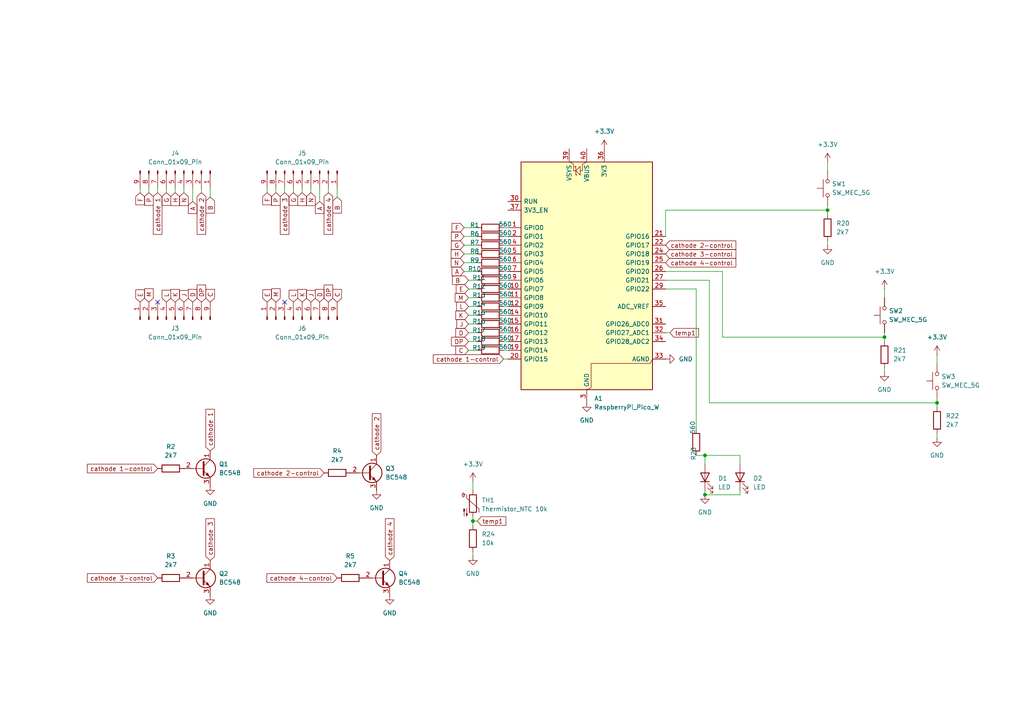
<source format=kicad_sch>
(kicad_sch (version 20250114) (generator "eeschema") (generator_version "9.0")
  (paper "A4")
  (lib_symbols
    (symbol "Connector:Conn_01x09_Pin" (pin_names (offset 1.016) (hide yes))
      (property "Reference" "J" (at 0 12.7 0))
      (property "Value" "Conn_01x09_Pin" (at 0 -12.7 0))
      (symbol "Conn_01x09_Pin_1_1"
        (rectangle (start 0.8636 10.287) (end 0 10.033) (stroke (width 0.1524)) (fill (type outline)))
        (rectangle (start 0.8636 7.747) (end 0 7.493) (stroke (width 0.1524)) (fill (type outline)))
        (rectangle (start 0.8636 5.207) (end 0 4.953) (stroke (width 0.1524)) (fill (type outline)))
        (rectangle (start 0.8636 2.667) (end 0 2.413) (stroke (width 0.1524)) (fill (type outline)))
        (rectangle (start 0.8636 0.127) (end 0 -0.127) (stroke (width 0.1524)) (fill (type outline)))
        (rectangle (start 0.8636 -2.413) (end 0 -2.667) (stroke (width 0.1524)) (fill (type outline)))
        (rectangle (start 0.8636 -4.953) (end 0 -5.207) (stroke (width 0.1524)) (fill (type outline)))
        (rectangle (start 0.8636 -7.493) (end 0 -7.747) (stroke (width 0.1524)) (fill (type outline)))
        (rectangle (start 0.8636 -10.033) (end 0 -10.287) (stroke (width 0.1524)) (fill (type outline)))
        (polyline (pts (xy 1.27 10.16) (xy 0.8636 10.16)) (stroke (width 0.1524)))
        (polyline (pts (xy 1.27 7.62) (xy 0.8636 7.62)) (stroke (width 0.1524)))
        (polyline (pts (xy 1.27 5.08) (xy 0.8636 5.08)) (stroke (width 0.1524)))
        (polyline (pts (xy 1.27 2.54) (xy 0.8636 2.54)) (stroke (width 0.1524)))
        (polyline (pts (xy 1.27 0) (xy 0.8636 0)) (stroke (width 0.1524)))
        (polyline (pts (xy 1.27 -2.54) (xy 0.8636 -2.54)) (stroke (width 0.1524)))
        (polyline (pts (xy 1.27 -5.08) (xy 0.8636 -5.08)) (stroke (width 0.1524)))
        (polyline (pts (xy 1.27 -7.62) (xy 0.8636 -7.62)) (stroke (width 0.1524)))
        (polyline (pts (xy 1.27 -10.16) (xy 0.8636 -10.16)) (stroke (width 0.1524)))
        (pin passive line (at 5.08 10.16 180) (length 3.81) (name "Pin_1") (number "1"))
        (pin passive line (at 5.08 7.62 180) (length 3.81) (name "Pin_2") (number "2"))
        (pin passive line (at 5.08 5.08 180) (length 3.81) (name "Pin_3") (number "3"))
        (pin passive line (at 5.08 2.54 180) (length 3.81) (name "Pin_4") (number "4"))
        (pin passive line (at 5.08 0 180) (length 3.81) (name "Pin_5") (number "5"))
        (pin passive line (at 5.08 -2.54 180) (length 3.81) (name "Pin_6") (number "6"))
        (pin passive line (at 5.08 -5.08 180) (length 3.81) (name "Pin_7") (number "7"))
        (pin passive line (at 5.08 -7.62 180) (length 3.81) (name "Pin_8") (number "8"))
        (pin passive line (at 5.08 -10.16 180) (length 3.81) (name "Pin_9") (number "9"))
      )
    )
    (symbol "Device:LED" (pin_numbers (hide yes)) (pin_names (offset 1.016) (hide yes))
      (property "Reference" "D" (at 0 2.54 0))
      (property "Value" "LED" (at 0 -2.54 0))
      (symbol "LED_0_1"
        (polyline (pts (xy -3.048 -0.762) (xy -4.572 -2.286) (xy -3.81 -2.286) (xy -4.572 -2.286) (xy -4.572 -1.524)))
        (polyline (pts (xy -1.778 -0.762) (xy -3.302 -2.286) (xy -2.54 -2.286) (xy -3.302 -2.286) (xy -3.302 -1.524)))
        (polyline (pts (xy -1.27 0) (xy 1.27 0)))
        (polyline (pts (xy -1.27 -1.27) (xy -1.27 1.27)) (stroke (width 0.254)))
        (polyline (pts (xy 1.27 -1.27) (xy 1.27 1.27) (xy -1.27 0) (xy 1.27 -1.27)) (stroke (width 0.254)))
      )
      (symbol "LED_1_1"
        (pin passive line (at -3.81 0 0) (length 2.54) (name "K") (number "1"))
        (pin passive line (at 3.81 0 180) (length 2.54) (name "A") (number "2"))
      )
    )
    (symbol "Device:R" (pin_numbers (hide yes)) (pin_names (offset 0))
      (property "Reference" "R" (at 2.032 0 90))
      (property "Value" "R" (at 0 0 90))
      (symbol "R_0_1"
        (rectangle (start -1.016 -2.54) (end 1.016 2.54) (stroke (width 0.254)))
      )
      (symbol "R_1_1"
        (pin passive line (at 0 3.81 270) (length 1.27) (name "~") (number "1"))
        (pin passive line (at 0 -3.81 90) (length 1.27) (name "~") (number "2"))
      )
    )
    (symbol "Device:Thermistor_NTC" (pin_numbers (hide yes)) (pin_names (offset 0))
      (property "Reference" "TH" (at -4.445 0 90))
      (property "Value" "Thermistor_NTC" (at 3.175 0 90))
      (symbol "Thermistor_NTC_0_1"
        (arc (start -3.175 2.413) (mid -3.0506 2.3165) (end -3.048 2.159))
        (arc (start -3.048 2.794) (mid -2.9736 2.9736) (end -2.794 3.048))
        (arc (start -2.794 3.048) (mid -2.6144 2.9736) (end -2.54 2.794))
        (arc (start -2.794 2.54) (mid -2.9736 2.6144) (end -3.048 2.794))
        (arc (start -2.794 1.905) (mid -2.9736 1.9794) (end -3.048 2.159))
        (arc (start -2.54 2.159) (mid -2.6144 1.9794) (end -2.794 1.905))
        (arc (start -2.159 2.794) (mid -2.434 2.5608) (end -2.794 2.54))
        (polyline (pts (xy -2.54 2.159) (xy -2.54 2.794)))
        (polyline (pts (xy -2.54 -3.683) (xy -2.54 -1.397) (xy -2.794 -2.159) (xy -2.286 -2.159) (xy -2.54 -1.397) (xy -2.54 -1.651)) (fill (type outline)))
        (polyline (pts (xy -1.778 2.54) (xy -1.778 1.524) (xy 1.778 -1.524) (xy 1.778 -2.54)))
        (polyline (pts (xy -1.778 -1.397) (xy -1.778 -3.683) (xy -2.032 -2.921) (xy -1.524 -2.921) (xy -1.778 -3.683) (xy -1.778 -3.429)) (fill (type outline)))
        (rectangle (start -1.016 2.54) (end 1.016 -2.54) (stroke (width 0.254)))
      )
      (symbol "Thermistor_NTC_1_1"
        (pin passive line (at 0 3.81 270) (length 1.27) (name "~") (number "1"))
        (pin passive line (at 0 -3.81 90) (length 1.27) (name "~") (number "2"))
      )
    )
    (symbol "MCU_Module:RaspberryPi_Pico_W" (pin_names (offset 0.762))
      (property "Reference" "A" (at -19.05 35.56 0))
      (property "Value" "RaspberryPi_Pico_W" (at 7.62 35.56 0))
      (symbol "RaspberryPi_Pico_W_0_1"
        (rectangle (start -19.05 34.29) (end 19.05 -31.75) (stroke (width 0.254)) (fill (type background)))
        (polyline (pts (xy -5.08 34.29) (xy -3.81 33.655) (xy -3.81 31.75) (xy -3.175 31.75)))
        (polyline (pts (xy -3.429 32.766) (xy -3.429 33.02) (xy -3.175 33.02) (xy -3.175 30.48) (xy -2.921 30.48) (xy -2.921 30.734)))
        (polyline (pts (xy -3.175 31.75) (xy -1.905 33.02) (xy -1.905 30.48) (xy -3.175 31.75)))
        (polyline (pts (xy 0 34.29) (xy -1.27 33.655) (xy -1.27 31.75) (xy -1.905 31.75)))
        (polyline (pts (xy 0 -31.75) (xy 1.27 -31.115) (xy 1.27 -24.13) (xy 18.415 -24.13) (xy 19.05 -22.86)))
      )
      (symbol "RaspberryPi_Pico_W_1_1"
        (pin passive line (at -22.86 22.86 0) (length 3.81) (name "RUN") (number "30"))
        (pin passive line (at -22.86 20.32 0) (length 3.81) (name "3V3_EN") (number "37"))
        (pin bidirectional line (at -22.86 15.24 0) (length 3.81) (name "GPIO0") (number "1"))
        (pin bidirectional line (at -22.86 12.7 0) (length 3.81) (name "GPIO1") (number "2"))
        (pin bidirectional line (at -22.86 10.16 0) (length 3.81) (name "GPIO2") (number "4"))
        (pin bidirectional line (at -22.86 7.62 0) (length 3.81) (name "GPIO3") (number "5"))
        (pin bidirectional line (at -22.86 5.08 0) (length 3.81) (name "GPIO4") (number "6"))
        (pin bidirectional line (at -22.86 2.54 0) (length 3.81) (name "GPIO5") (number "7"))
        (pin bidirectional line (at -22.86 0 0) (length 3.81) (name "GPIO6") (number "9"))
        (pin bidirectional line (at -22.86 -2.54 0) (length 3.81) (name "GPIO7") (number "10"))
        (pin bidirectional line (at -22.86 -5.08 0) (length 3.81) (name "GPIO8") (number "11"))
        (pin bidirectional line (at -22.86 -7.62 0) (length 3.81) (name "GPIO9") (number "12"))
        (pin bidirectional line (at -22.86 -10.16 0) (length 3.81) (name "GPIO10") (number "14"))
        (pin bidirectional line (at -22.86 -12.7 0) (length 3.81) (name "GPIO11") (number "15"))
        (pin bidirectional line (at -22.86 -15.24 0) (length 3.81) (name "GPIO12") (number "16"))
        (pin bidirectional line (at -22.86 -17.78 0) (length 3.81) (name "GPIO13") (number "17"))
        (pin bidirectional line (at -22.86 -20.32 0) (length 3.81) (name "GPIO14") (number "19"))
        (pin bidirectional line (at -22.86 -22.86 0) (length 3.81) (name "GPIO15") (number "20"))
        (pin power_in line (at -5.08 38.1 270) (length 3.81) (name "VSYS") (number "39"))
        (pin power_out line (at 0 38.1 270) (length 3.81) (name "VBUS") (number "40"))
        (pin passive line (at 0 -35.56 90) (length 3.81) (hide yes) (name "GND") (number "13"))
        (pin passive line (at 0 -35.56 90) (length 3.81) (hide yes) (name "GND") (number "18"))
        (pin passive line (at 0 -35.56 90) (length 3.81) (hide yes) (name "GND") (number "23"))
        (pin passive line (at 0 -35.56 90) (length 3.81) (hide yes) (name "GND") (number "28"))
        (pin power_out line (at 0 -35.56 90) (length 3.81) (name "GND") (number "3"))
        (pin passive line (at 0 -35.56 90) (length 3.81) (hide yes) (name "GND") (number "38"))
        (pin passive line (at 0 -35.56 90) (length 3.81) (hide yes) (name "GND") (number "8"))
        (pin power_out line (at 5.08 38.1 270) (length 3.81) (name "3V3") (number "36"))
        (pin bidirectional line (at 22.86 12.7 180) (length 3.81) (name "GPIO16") (number "21"))
        (pin bidirectional line (at 22.86 10.16 180) (length 3.81) (name "GPIO17") (number "22"))
        (pin bidirectional line (at 22.86 7.62 180) (length 3.81) (name "GPIO18") (number "24"))
        (pin bidirectional line (at 22.86 5.08 180) (length 3.81) (name "GPIO19") (number "25"))
        (pin bidirectional line (at 22.86 2.54 180) (length 3.81) (name "GPIO20") (number "26"))
        (pin bidirectional line (at 22.86 0 180) (length 3.81) (name "GPIO21") (number "27"))
        (pin bidirectional line (at 22.86 -2.54 180) (length 3.81) (name "GPIO22") (number "29"))
        (pin power_in line (at 22.86 -7.62 180) (length 3.81) (name "ADC_VREF") (number "35"))
        (pin bidirectional line (at 22.86 -12.7 180) (length 3.81) (name "GPIO26_ADC0") (number "31"))
        (pin bidirectional line (at 22.86 -15.24 180) (length 3.81) (name "GPIO27_ADC1") (number "32"))
        (pin bidirectional line (at 22.86 -17.78 180) (length 3.81) (name "GPIO28_ADC2") (number "34"))
        (pin power_out line (at 22.86 -22.86 180) (length 3.81) (name "AGND") (number "33"))
      )
    )
    (symbol "SW_MEC_5G_1" (pin_numbers (hide yes)) (pin_names (offset 1.016) (hide yes))
      (property "Reference" "SW1" (at 1.2701 -1.27 90))
      (property "Value" "SW_MEC_5G" (at -1.2699 -1.27 90))
      (symbol "SW_MEC_5G_1_0_1"
        (circle (center -2.032 0) (radius 0.508))
        (polyline (pts (xy 0 1.27) (xy 0 3.048)))
        (circle (center 2.032 0) (radius 0.508))
        (polyline (pts (xy 2.54 1.27) (xy -2.54 1.27)))
      )
      (symbol "SW_MEC_5G_1_1_1"
        (pin passive line (at -5.08 0 0) (length 2.54) (name "A") (number "2"))
        (pin passive line (at 5.08 0 180) (length 2.54) (name "A") (number "1"))
      )
    )
    (symbol "Transistor_BJT:BC548" (pin_names (offset 0) (hide yes))
      (property "Reference" "Q" (at 5.08 1.905 0))
      (property "Value" "BC548" (at 5.08 0 0))
      (symbol "BC548_0_1"
        (polyline (pts (xy -2.54 0) (xy 0.635 0)))
        (polyline (pts (xy 0.635 1.905) (xy 0.635 -1.905)) (stroke (width 0.508)))
        (circle (center 1.27 0) (radius 2.8194) (stroke (width 0.254)))
      )
      (symbol "BC548_1_1"
        (polyline (pts (xy 0.635 0.635) (xy 2.54 2.54)))
        (polyline (pts (xy 0.635 -0.635) (xy 2.54 -2.54)))
        (polyline (pts (xy 1.27 -1.778) (xy 1.778 -1.27) (xy 2.286 -2.286) (xy 1.27 -1.778)) (fill (type outline)))
        (pin input line (at -5.08 0 0) (length 2.54) (name "B") (number "2"))
        (pin passive line (at 2.54 5.08 270) (length 2.54) (name "C") (number "1"))
        (pin passive line (at 2.54 -5.08 90) (length 2.54) (name "E") (number "3"))
      )
    )
    (symbol "power:+3.3V" (power) (pin_numbers (hide yes)) (pin_names (offset 0) (hide yes))
      (property "Value" "+3.3V" (at 0 3.556 0))
      (symbol "+3.3V_0_1"
        (polyline (pts (xy -0.762 1.27) (xy 0 2.54)))
        (polyline (pts (xy 0 2.54) (xy 0.762 1.27)))
        (polyline (pts (xy 0 0) (xy 0 2.54)))
      )
      (symbol "+3.3V_1_1"
        (pin power_in line (at 0 0 90) (length 0) (name "~") (number "1"))
      )
    )
    (symbol "power:GND" (power) (pin_numbers (hide yes)) (pin_names (offset 0) (hide yes))
      (property "Value" "GND" (at 0 -3.81 0))
      (symbol "GND_0_1"
        (polyline (pts (xy 0 0) (xy 0 -1.27) (xy 1.27 -1.27) (xy 0 -2.54) (xy -1.27 -1.27) (xy 0 -1.27)))
      )
      (symbol "GND_1_1"
        (pin power_in line (at 0 0 270) (length 0) (name "~") (number "1"))
      )
    )
  )
  (junction (at 137.16 151.13))
  (junction (at 204.47 143.51))
  (junction (at 240.03 60.96))
  (junction (at 271.78 116.84))
  (junction (at 204.47 132.08))
  (junction (at 256.54 97.79))
  (no_connect (at 45.72 87.63))
  (no_connect (at 82.55 87.63))
  (wire (pts (xy 146.05 78.74) (xy 147.32 78.74)))
  (wire (pts (xy 85.09 55.88) (xy 85.09 54.61)))
  (wire (pts (xy 146.05 66.04) (xy 147.32 66.04)))
  (wire (pts (xy 97.79 57.15) (xy 97.79 54.61)))
  (wire (pts (xy 135.89 101.6) (xy 138.43 101.6)))
  (wire (pts (xy 201.93 83.82) (xy 201.93 124.46)))
  (wire (pts (xy 80.01 55.88) (xy 80.01 54.61)))
  (wire (pts (xy 271.78 127) (xy 271.78 125.73)))
  (wire (pts (xy 134.62 78.74) (xy 138.43 78.74)))
  (wire (pts (xy 137.16 161.29) (xy 137.16 160.02)))
  (wire (pts (xy 60.96 57.15) (xy 60.96 54.61)))
  (wire (pts (xy 45.72 55.88) (xy 45.72 54.61)))
  (wire (pts (xy 48.26 55.88) (xy 48.26 54.61)))
  (wire (pts (xy 214.63 142.24) (xy 214.63 143.51)))
  (wire (pts (xy 240.03 46.99) (xy 240.03 49.53)))
  (wire (pts (xy 135.89 88.9) (xy 138.43 88.9)))
  (wire (pts (xy 137.16 151.13) (xy 138.43 151.13)))
  (wire (pts (xy 204.47 142.24) (xy 204.47 143.51)))
  (wire (pts (xy 134.62 73.66) (xy 138.43 73.66)))
  (wire (pts (xy 256.54 107.95) (xy 256.54 106.68)))
  (wire (pts (xy 146.05 93.98) (xy 147.32 93.98)))
  (wire (pts (xy 146.05 101.6) (xy 147.32 101.6)))
  (wire (pts (xy 240.03 62.23) (xy 240.03 60.96)))
  (wire (pts (xy 82.55 55.88) (xy 82.55 54.61)))
  (wire (pts (xy 137.16 151.13) (xy 137.16 149.86)))
  (wire (pts (xy 205.74 116.84) (xy 205.74 81.28)))
  (wire (pts (xy 209.55 97.79) (xy 209.55 78.74)))
  (wire (pts (xy 55.88 58.42) (xy 55.88 54.61)))
  (wire (pts (xy 135.89 99.06) (xy 138.43 99.06)))
  (wire (pts (xy 53.34 55.88) (xy 53.34 54.61)))
  (wire (pts (xy 40.64 55.88) (xy 40.64 54.61)))
  (wire (pts (xy 135.89 91.44) (xy 138.43 91.44)))
  (wire (pts (xy 146.05 68.58) (xy 147.32 68.58)))
  (wire (pts (xy 204.47 134.62) (xy 204.47 132.08)))
  (wire (pts (xy 95.25 55.88) (xy 95.25 54.61)))
  (wire (pts (xy 240.03 60.96) (xy 193.04 60.96)))
  (wire (pts (xy 193.04 83.82) (xy 201.93 83.82)))
  (wire (pts (xy 146.05 76.2) (xy 147.32 76.2)))
  (wire (pts (xy 146.05 83.82) (xy 147.32 83.82)))
  (wire (pts (xy 146.05 73.66) (xy 147.32 73.66)))
  (wire (pts (xy 214.63 143.51) (xy 204.47 143.51)))
  (wire (pts (xy 135.89 93.98) (xy 138.43 93.98)))
  (wire (pts (xy 204.47 132.08) (xy 214.63 132.08)))
  (wire (pts (xy 193.04 60.96) (xy 193.04 68.58)))
  (wire (pts (xy 90.17 55.88) (xy 90.17 54.61)))
  (wire (pts (xy 256.54 97.79) (xy 209.55 97.79)))
  (wire (pts (xy 256.54 99.06) (xy 256.54 97.79)))
  (wire (pts (xy 201.93 132.08) (xy 204.47 132.08)))
  (wire (pts (xy 240.03 60.96) (xy 240.03 59.69)))
  (wire (pts (xy 194.31 96.52) (xy 193.04 96.52)))
  (wire (pts (xy 240.03 71.12) (xy 240.03 69.85)))
  (wire (pts (xy 134.62 66.04) (xy 138.43 66.04)))
  (wire (pts (xy 135.89 81.28) (xy 138.43 81.28)))
  (wire (pts (xy 146.05 96.52) (xy 147.32 96.52)))
  (wire (pts (xy 146.05 99.06) (xy 147.32 99.06)))
  (wire (pts (xy 134.62 68.58) (xy 138.43 68.58)))
  (wire (pts (xy 146.05 86.36) (xy 147.32 86.36)))
  (wire (pts (xy 58.42 55.88) (xy 58.42 54.61)))
  (wire (pts (xy 256.54 97.79) (xy 256.54 96.52)))
  (wire (pts (xy 271.78 116.84) (xy 271.78 115.57)))
  (wire (pts (xy 271.78 102.87) (xy 271.78 105.41)))
  (wire (pts (xy 137.16 152.4) (xy 137.16 151.13)))
  (wire (pts (xy 134.62 76.2) (xy 138.43 76.2)))
  (wire (pts (xy 43.18 55.88) (xy 43.18 54.61)))
  (wire (pts (xy 146.05 71.12) (xy 147.32 71.12)))
  (wire (pts (xy 205.74 81.28) (xy 193.04 81.28)))
  (wire (pts (xy 146.05 104.14) (xy 147.32 104.14)))
  (wire (pts (xy 134.62 71.12) (xy 138.43 71.12)))
  (wire (pts (xy 92.71 58.42) (xy 92.71 54.61)))
  (wire (pts (xy 146.05 81.28) (xy 147.32 81.28)))
  (wire (pts (xy 137.16 139.7) (xy 137.16 142.24)))
  (wire (pts (xy 209.55 78.74) (xy 193.04 78.74)))
  (wire (pts (xy 87.63 55.88) (xy 87.63 54.61)))
  (wire (pts (xy 214.63 132.08) (xy 214.63 134.62)))
  (wire (pts (xy 146.05 88.9) (xy 147.32 88.9)))
  (wire (pts (xy 271.78 118.11) (xy 271.78 116.84)))
  (wire (pts (xy 135.89 86.36) (xy 138.43 86.36)))
  (wire (pts (xy 135.89 96.52) (xy 138.43 96.52)))
  (wire (pts (xy 50.8 55.88) (xy 50.8 54.61)))
  (wire (pts (xy 77.47 55.88) (xy 77.47 54.61)))
  (wire (pts (xy 205.74 116.84) (xy 271.78 116.84)))
  (wire (pts (xy 135.89 83.82) (xy 138.43 83.82)))
  (wire (pts (xy 256.54 83.82) (xy 256.54 86.36)))
  (wire (pts (xy 146.05 91.44) (xy 147.32 91.44)))
  (global_label "H" (shape input) (at 50.8 55.88 270) (property "Intersheetrefs" "${INTERSHEET_REFS}" (effects (hide yes))))
  (global_label "J" (shape input) (at 90.17 87.63 90) (property "Intersheetrefs" "${INTERSHEET_REFS}" (effects (hide yes))))
  (global_label "C" (shape input) (at 97.79 87.63 90) (property "Intersheetrefs" "${INTERSHEET_REFS}" (effects (hide yes))))
  (global_label "L" (shape input) (at 48.26 87.63 90) (property "Intersheetrefs" "${INTERSHEET_REFS}" (effects (hide yes))))
  (global_label "DP" (shape input) (at 135.89 99.06 180) (property "Intersheetrefs" "${INTERSHEET_REFS}" (effects (hide yes))))
  (global_label "B " (shape input) (at 60.96 57.15 270) (property "Intersheetrefs" "${INTERSHEET_REFS}" (effects (hide yes))))
  (global_label "cathode 1-control" (shape input) (at 45.72 135.89 180) (property "Intersheetrefs" "${INTERSHEET_REFS}" (effects (hide yes))))
  (global_label "A" (shape input) (at 92.71 58.42 270) (property "Intersheetrefs" "${INTERSHEET_REFS}" (effects (hide yes))))
  (global_label "N" (shape input) (at 90.17 55.88 270) (property "Intersheetrefs" "${INTERSHEET_REFS}" (effects (hide yes))))
  (global_label "E" (shape input) (at 77.47 87.63 90) (property "Intersheetrefs" "${INTERSHEET_REFS}" (effects (hide yes))))
  (global_label "L" (shape input) (at 135.89 88.9 180) (property "Intersheetrefs" "${INTERSHEET_REFS}" (effects (hide yes))))
  (global_label "E" (shape input) (at 135.89 83.82 180) (property "Intersheetrefs" "${INTERSHEET_REFS}" (effects (hide yes))))
  (global_label "cathode 3-control" (shape input) (at 193.04 73.66 0) (property "Intersheetrefs" "${INTERSHEET_REFS}" (effects (hide yes))))
  (global_label "M" (shape input) (at 43.18 87.63 90) (property "Intersheetrefs" "${INTERSHEET_REFS}" (effects (hide yes))))
  (global_label "P" (shape input) (at 134.62 68.58 180) (property "Intersheetrefs" "${INTERSHEET_REFS}" (effects (hide yes))))
  (global_label "P" (shape input) (at 80.01 55.88 270) (property "Intersheetrefs" "${INTERSHEET_REFS}" (effects (hide yes))))
  (global_label "cathode 4-control" (shape input) (at 193.04 76.2 0) (property "Intersheetrefs" "${INTERSHEET_REFS}" (effects (hide yes))))
  (global_label "temp1" (shape input) (at 194.31 96.52 0) (property "Intersheetrefs" "${INTERSHEET_REFS}" (effects (hide yes))))
  (global_label "K" (shape input) (at 87.63 87.63 90) (property "Intersheetrefs" "${INTERSHEET_REFS}" (effects (hide yes))))
  (global_label "cathode 1" (shape input) (at 60.96 130.81 90) (property "Intersheetrefs" "${INTERSHEET_REFS}" (effects (hide yes))))
  (global_label "cathode 3-control" (shape input) (at 45.72 167.64 180) (property "Intersheetrefs" "${INTERSHEET_REFS}" (effects (hide yes))))
  (global_label "E" (shape input) (at 40.64 87.63 90) (property "Intersheetrefs" "${INTERSHEET_REFS}" (effects (hide yes))))
  (global_label "D" (shape input) (at 135.89 96.52 180) (property "Intersheetrefs" "${INTERSHEET_REFS}" (effects (hide yes))))
  (global_label "M" (shape input) (at 135.89 86.36 180) (property "Intersheetrefs" "${INTERSHEET_REFS}" (effects (hide yes))))
  (global_label "C" (shape input) (at 60.96 87.63 90) (property "Intersheetrefs" "${INTERSHEET_REFS}" (effects (hide yes))))
  (global_label "cathode 4-control" (shape input) (at 97.79 167.64 180) (property "Intersheetrefs" "${INTERSHEET_REFS}" (effects (hide yes))))
  (global_label "C" (shape input) (at 135.89 101.6 180) (property "Intersheetrefs" "${INTERSHEET_REFS}" (effects (hide yes))))
  (global_label "cathode 4" (shape input) (at 95.25 55.88 270) (property "Intersheetrefs" "${INTERSHEET_REFS}" (effects (hide yes))))
  (global_label "M" (shape input) (at 80.01 87.63 90) (property "Intersheetrefs" "${INTERSHEET_REFS}" (effects (hide yes))))
  (global_label "cathode 3" (shape input) (at 60.96 162.56 90) (property "Intersheetrefs" "${INTERSHEET_REFS}" (effects (hide yes))))
  (global_label "G" (shape input) (at 134.62 71.12 180) (property "Intersheetrefs" "${INTERSHEET_REFS}" (effects (hide yes))))
  (global_label "J" (shape input) (at 135.89 93.98 180) (property "Intersheetrefs" "${INTERSHEET_REFS}" (effects (hide yes))))
  (global_label "cathode 2-control" (shape input) (at 93.98 137.16 180) (property "Intersheetrefs" "${INTERSHEET_REFS}" (effects (hide yes))))
  (global_label "D" (shape input) (at 55.88 87.63 90) (property "Intersheetrefs" "${INTERSHEET_REFS}" (effects (hide yes))))
  (global_label "N" (shape input) (at 134.62 76.2 180) (property "Intersheetrefs" "${INTERSHEET_REFS}" (effects (hide yes))))
  (global_label "F" (shape input) (at 40.64 55.88 270) (property "Intersheetrefs" "${INTERSHEET_REFS}" (effects (hide yes))))
  (global_label "A" (shape input) (at 55.88 58.42 270) (property "Intersheetrefs" "${INTERSHEET_REFS}" (effects (hide yes))))
  (global_label "P" (shape input) (at 43.18 55.88 270) (property "Intersheetrefs" "${INTERSHEET_REFS}" (effects (hide yes))))
  (global_label "cathode 2" (shape input) (at 109.22 132.08 90) (property "Intersheetrefs" "${INTERSHEET_REFS}" (effects (hide yes))))
  (global_label "cathode 2-control" (shape input) (at 193.04 71.12 0) (property "Intersheetrefs" "${INTERSHEET_REFS}" (effects (hide yes))))
  (global_label "B " (shape input) (at 97.79 57.15 270) (property "Intersheetrefs" "${INTERSHEET_REFS}" (effects (hide yes))))
  (global_label "DP" (shape input) (at 58.42 87.63 90) (property "Intersheetrefs" "${INTERSHEET_REFS}" (effects (hide yes))))
  (global_label "cathode 3" (shape input) (at 82.55 55.88 270) (property "Intersheetrefs" "${INTERSHEET_REFS}" (effects (hide yes))))
  (global_label "temp1" (shape input) (at 138.43 151.13 0) (property "Intersheetrefs" "${INTERSHEET_REFS}" (effects (hide yes))))
  (global_label "cathode 1" (shape input) (at 45.72 55.88 270) (property "Intersheetrefs" "${INTERSHEET_REFS}" (effects (hide yes))))
  (global_label "G" (shape input) (at 85.09 55.88 270) (property "Intersheetrefs" "${INTERSHEET_REFS}" (effects (hide yes))))
  (global_label "DP" (shape input) (at 95.25 87.63 90) (property "Intersheetrefs" "${INTERSHEET_REFS}" (effects (hide yes))))
  (global_label "F" (shape input) (at 77.47 55.88 270) (property "Intersheetrefs" "${INTERSHEET_REFS}" (effects (hide yes))))
  (global_label "K" (shape input) (at 50.8 87.63 90) (property "Intersheetrefs" "${INTERSHEET_REFS}" (effects (hide yes))))
  (global_label "K" (shape input) (at 135.89 91.44 180) (property "Intersheetrefs" "${INTERSHEET_REFS}" (effects (hide yes))))
  (global_label "A" (shape input) (at 134.62 78.74 180) (property "Intersheetrefs" "${INTERSHEET_REFS}" (effects (hide yes))))
  (global_label "B " (shape input) (at 135.89 81.28 180) (property "Intersheetrefs" "${INTERSHEET_REFS}" (effects (hide yes))))
  (global_label "H" (shape input) (at 87.63 55.88 270) (property "Intersheetrefs" "${INTERSHEET_REFS}" (effects (hide yes))))
  (global_label "cathode 1-control" (shape input) (at 146.05 104.14 180) (property "Intersheetrefs" "${INTERSHEET_REFS}" (effects (hide yes))))
  (global_label "L" (shape input) (at 85.09 87.63 90) (property "Intersheetrefs" "${INTERSHEET_REFS}" (effects (hide yes))))
  (global_label "D" (shape input) (at 92.71 87.63 90) (property "Intersheetrefs" "${INTERSHEET_REFS}" (effects (hide yes))))
  (global_label "N" (shape input) (at 53.34 55.88 270) (property "Intersheetrefs" "${INTERSHEET_REFS}" (effects (hide yes))))
  (global_label "F" (shape input) (at 134.62 66.04 180) (property "Intersheetrefs" "${INTERSHEET_REFS}" (effects (hide yes))))
  (global_label "H" (shape input) (at 134.62 73.66 180) (property "Intersheetrefs" "${INTERSHEET_REFS}" (effects (hide yes))))
  (global_label "cathode 2" (shape input) (at 58.42 55.88 270) (property "Intersheetrefs" "${INTERSHEET_REFS}" (effects (hide yes))))
  (global_label "J" (shape input) (at 53.34 87.63 90) (property "Intersheetrefs" "${INTERSHEET_REFS}" (effects (hide yes))))
  (global_label "G" (shape input) (at 48.26 55.88 270) (property "Intersheetrefs" "${INTERSHEET_REFS}" (effects (hide yes))))
  (global_label "cathode 4" (shape input) (at 113.03 162.56 90) (property "Intersheetrefs" "${INTERSHEET_REFS}" (effects (hide yes))))
  (symbol (lib_id "Device:Thermistor_NTC") (at 137.16 146.05 0) (unit 1)
    (property "Reference" "TH1" (at 139.7 145.0974 0) (effects (justify left)))
    (property "Value" "Thermistor_NTC 10k" (at 139.7 147.6374 0) (effects (justify left)))
    (property "Footprint" "OptoDevice:R_LDR_5.2x5.2mm_P3.5mm_Horizontal" (effects (hide yes)))
    (property "Description" "Temperature dependent resistor, negative temperature coefficient" (effects (hide yes)))
  )
  (symbol (lib_id "Device:LED") (at 214.63 138.43 90) (unit 1)
    (property "Reference" "D2" (at 218.44 138.7474 90) (effects (justify right)))
    (property "Value" "LED" (at 218.44 141.2874 90) (effects (justify right)))
    (property "Footprint" "LED_THT:LED_D3.0mm" (effects (hide yes)))
    (property "Description" "Light emitting diode" (effects (hide yes)))
    (property "Sim.Pins" "1=K 2=A" (effects (hide yes)))
  )
  (symbol (lib_id "power:+3.3V") (at 175.26 43.18 0) (unit 1)
    (property "Reference" "#PWR09" (effects (hide yes)))
    (property "Value" "+3.3V" (at 175.26 38.1 0))
    (property "Description" "Power symbol creates a global label with name \"+3.3V\"" (effects (hide yes)))
  )
  (symbol (lib_id "Device:R") (at 49.53 135.89 90) (unit 1)
    (property "Reference" "R2" (at 49.53 129.54 90))
    (property "Value" "2k7" (at 49.53 132.08 90))
    (property "Footprint" "Resistor_THT:R_Axial_DIN0207_L6.3mm_D2.5mm_P10.16mm_Horizontal" (effects (hide yes)))
    (property "Description" "Resistor" (effects (hide yes)))
  )
  (symbol (lib_id "power:GND") (at 113.03 172.72 0) (unit 1)
    (property "Reference" "#PWR06" (effects (hide yes)))
    (property "Value" "GND" (at 113.03 177.8 0))
    (property "Description" "Power symbol creates a global label with name \"GND\" , ground" (effects (hide yes)))
  )
  (symbol (lib_id "Device:R") (at 142.24 86.36 90) (unit 1)
    (property "Reference" "R13" (at 138.938 85.598 90))
    (property "Value" "560" (at 146.558 85.344 90))
    (property "Footprint" "Resistor_THT:R_Axial_DIN0207_L6.3mm_D2.5mm_P10.16mm_Horizontal" (effects (hide yes)))
    (property "Description" "Resistor" (effects (hide yes)))
  )
  (symbol (lib_id "Device:R") (at 142.24 93.98 90) (unit 1)
    (property "Reference" "R16" (at 138.938 93.218 90))
    (property "Value" "560" (at 146.558 92.964 90))
    (property "Footprint" "Resistor_THT:R_Axial_DIN0207_L6.3mm_D2.5mm_P10.16mm_Horizontal" (effects (hide yes)))
    (property "Description" "Resistor" (effects (hide yes)))
  )
  (symbol (lib_id "Device:R") (at 97.79 137.16 90) (unit 1)
    (property "Reference" "R4" (at 97.79 130.81 90))
    (property "Value" "2k7" (at 97.79 133.35 90))
    (property "Footprint" "Resistor_THT:R_Axial_DIN0207_L6.3mm_D2.5mm_P10.16mm_Horizontal" (effects (hide yes)))
    (property "Description" "Resistor" (effects (hide yes)))
  )
  (symbol (lib_id "Connector:Conn_01x09_Pin") (at 50.8 92.71 90) (unit 1)
    (property "Reference" "J3" (at 50.8 95.25 90))
    (property "Value" "Conn_01x09_Pin" (at 50.8 97.79 90))
    (property "Footprint" "Connector_PinSocket_2.54mm:PinSocket_1x09_P2.54mm_Vertical" (effects (hide yes)))
    (property "Description" "Generic connector, single row, 01x09, script generated" (effects (hide yes)))
  )
  (symbol (lib_id "Device:R") (at 142.24 76.2 90) (unit 1)
    (property "Reference" "R9" (at 137.668 75.438 90))
    (property "Value" "560" (at 146.558 75.184 90))
    (property "Footprint" "Resistor_THT:R_Axial_DIN0207_L6.3mm_D2.5mm_P10.16mm_Horizontal" (effects (hide yes)))
    (property "Description" "Resistor" (effects (hide yes)))
  )
  (symbol (lib_id "power:GND") (at 256.54 107.95 0) (unit 1)
    (property "Reference" "#PWR011" (effects (hide yes)))
    (property "Value" "GND" (at 256.54 113.03 0))
    (property "Description" "Power symbol creates a global label with name \"GND\" , ground" (effects (hide yes)))
  )
  (symbol (lib_id "Device:R") (at 142.24 99.06 90) (unit 1)
    (property "Reference" "R18" (at 138.938 98.298 90))
    (property "Value" "560" (at 146.558 98.044 90))
    (property "Footprint" "Resistor_THT:R_Axial_DIN0207_L6.3mm_D2.5mm_P10.16mm_Horizontal" (effects (hide yes)))
    (property "Description" "Resistor" (effects (hide yes)))
  )
  (symbol (lib_id "power:+3.3V") (at 240.03 46.99 0) (unit 1)
    (property "Reference" "#PWR08" (effects (hide yes)))
    (property "Value" "+3.3V" (at 240.03 41.91 0))
    (property "Description" "Power symbol creates a global label with name \"+3.3V\"" (effects (hide yes)))
  )
  (symbol (lib_id "power:GND") (at 240.03 71.12 0) (unit 1)
    (property "Reference" "#PWR07" (effects (hide yes)))
    (property "Value" "GND" (at 240.03 76.2 0))
    (property "Description" "Power symbol creates a global label with name \"GND\" , ground" (effects (hide yes)))
  )
  (symbol (lib_id "Device:R") (at 142.24 88.9 90) (unit 1)
    (property "Reference" "R14" (at 138.938 88.138 90))
    (property "Value" "560" (at 146.558 87.884 90))
    (property "Footprint" "Resistor_THT:R_Axial_DIN0207_L6.3mm_D2.5mm_P10.16mm_Horizontal" (effects (hide yes)))
    (property "Description" "Resistor" (effects (hide yes)))
  )
  (symbol (lib_id "power:GND") (at 204.47 143.51 0) (unit 1)
    (property "Reference" "#PWR014" (effects (hide yes)))
    (property "Value" "GND" (at 204.47 148.59 0))
    (property "Description" "Power symbol creates a global label with name \"GND\" , ground" (effects (hide yes)))
  )
  (symbol (lib_id "Device:R") (at 201.93 128.27 180) (unit 1)
    (property "Reference" "R23" (at 201.168 131.572 90))
    (property "Value" "560" (at 200.914 123.952 90))
    (property "Footprint" "Resistor_THT:R_Axial_DIN0207_L6.3mm_D2.5mm_P10.16mm_Horizontal" (effects (hide yes)))
    (property "Description" "Resistor" (effects (hide yes)))
  )
  (symbol (lib_id "Transistor_BJT:BC548") (at 106.68 137.16 0) (unit 1)
    (property "Reference" "Q3" (at 111.76 135.8899 0) (effects (justify left)))
    (property "Value" "BC548" (at 111.76 138.4299 0) (effects (justify left)))
    (property "Footprint" "Package_TO_SOT_THT:TO-92L_HandSolder" (effects (hide yes)))
    (property "Datasheet" "https://www.onsemi.com/pub/Collateral/BC550-D.pdf" (effects (hide yes)))
    (property "Description" "0.1A Ic, 30V Vce, Small Signal NPN Transistor, TO-92" (effects (hide yes)))
  )
  (symbol (lib_id "power:GND") (at 170.18 116.84 0) (unit 1)
    (property "Reference" "#PWR02" (effects (hide yes)))
    (property "Value" "GND" (at 170.18 121.92 0))
    (property "Description" "Power symbol creates a global label with name \"GND\" , ground" (effects (hide yes)))
  )
  (symbol (lib_id "Connector:Conn_01x09_Pin") (at 87.63 92.71 90) (unit 1)
    (property "Reference" "J6" (at 87.63 95.25 90))
    (property "Value" "Conn_01x09_Pin" (at 87.63 97.79 90))
    (property "Footprint" "Connector_PinSocket_2.54mm:PinSocket_1x09_P2.54mm_Vertical" (effects (hide yes)))
    (property "Description" "Generic connector, single row, 01x09, script generated" (effects (hide yes)))
  )
  (symbol (lib_id "power:GND") (at 109.22 142.24 0) (unit 1)
    (property "Reference" "#PWR05" (effects (hide yes)))
    (property "Value" "GND" (at 109.22 147.32 0))
    (property "Description" "Power symbol creates a global label with name \"GND\" , ground" (effects (hide yes)))
  )
  (symbol (lib_name "SW_MEC_5G_1") (lib_id "Switch:SW_MEC_5G") (at 271.78 110.49 90) (unit 1)
    (property "Reference" "SW3" (at 273.05 109.2199 90) (effects (justify right)))
    (property "Value" "SW_MEC_5G" (at 273.05 111.7599 90) (effects (justify right)))
    (property "Footprint" "Button_Switch_THT:SW_PUSH_6mm_H4.3mm" (effects (hide yes)))
    (property "Datasheet" "http://www.apem.com/int/index.php?controller=attachment&id_attachment=488" (effects (hide yes)))
    (property "Description" "MEC 5G single pole normally-open tactile switch" (effects (hide yes)))
  )
  (symbol (lib_id "MCU_Module:RaspberryPi_Pico_W") (at 170.18 81.28 0) (unit 1)
    (property "Reference" "A1" (at 172.3233 115.57 0) (effects (justify left)))
    (property "Value" "RaspberryPi_Pico_W" (at 172.3233 118.11 0) (effects (justify left)))
    (property "Footprint" "Module:RaspberryPi_Pico_W_SMD_HandSolder" (effects (hide yes)))
    (property "Datasheet" "https://datasheets.raspberrypi.com/picow/pico-w-datasheet.pdf" (effects (hide yes)))
    (property "Description" "Versatile and inexpensive wireless microcontroller module powered by RP2040 dual-core Arm Cortex-M0+ processor up to 133 MHz, 264kB SRAM, 2MB QSPI flash, Infineon CYW43439 2.4GHz 802.11n wireless LAN; also supports Raspberry Pi Pico 2 W" (effects (hide yes)))
  )
  (symbol (lib_id "Device:R") (at 142.24 81.28 90) (unit 1)
    (property "Reference" "R11" (at 138.938 80.518 90))
    (property "Value" "560" (at 146.558 80.264 90))
    (property "Footprint" "Resistor_THT:R_Axial_DIN0207_L6.3mm_D2.5mm_P10.16mm_Horizontal" (effects (hide yes)))
    (property "Description" "Resistor" (effects (hide yes)))
  )
  (symbol (lib_id "Transistor_BJT:BC548") (at 110.49 167.64 0) (unit 1)
    (property "Reference" "Q4" (at 115.57 166.3699 0) (effects (justify left)))
    (property "Value" "BC548" (at 115.57 168.9099 0) (effects (justify left)))
    (property "Footprint" "Package_TO_SOT_THT:TO-92L_HandSolder" (effects (hide yes)))
    (property "Datasheet" "https://www.onsemi.com/pub/Collateral/BC550-D.pdf" (effects (hide yes)))
    (property "Description" "0.1A Ic, 30V Vce, Small Signal NPN Transistor, TO-92" (effects (hide yes)))
  )
  (symbol (lib_id "Device:R") (at 142.24 96.52 90) (unit 1)
    (property "Reference" "R17" (at 138.938 95.758 90))
    (property "Value" "560" (at 146.558 95.504 90))
    (property "Footprint" "Resistor_THT:R_Axial_DIN0207_L6.3mm_D2.5mm_P10.16mm_Horizontal" (effects (hide yes)))
    (property "Description" "Resistor" (effects (hide yes)))
  )
  (symbol (lib_id "Device:R") (at 101.6 167.64 90) (unit 1)
    (property "Reference" "R5" (at 101.6 161.29 90))
    (property "Value" "2k7" (at 101.6 163.83 90))
    (property "Footprint" "Resistor_THT:R_Axial_DIN0207_L6.3mm_D2.5mm_P10.16mm_Horizontal" (effects (hide yes)))
    (property "Description" "Resistor" (effects (hide yes)))
  )
  (symbol (lib_id "power:GND") (at 60.96 140.97 0) (unit 1)
    (property "Reference" "#PWR01" (effects (hide yes)))
    (property "Value" "GND" (at 60.96 146.05 0))
    (property "Description" "Power symbol creates a global label with name \"GND\" , ground" (effects (hide yes)))
  )
  (symbol (lib_id "Transistor_BJT:BC548") (at 58.42 167.64 0) (unit 1)
    (property "Reference" "Q2" (at 63.5 166.3699 0) (effects (justify left)))
    (property "Value" "BC548" (at 63.5 168.9099 0) (effects (justify left)))
    (property "Footprint" "Package_TO_SOT_THT:TO-92L_HandSolder" (effects (hide yes)))
    (property "Datasheet" "https://www.onsemi.com/pub/Collateral/BC550-D.pdf" (effects (hide yes)))
    (property "Description" "0.1A Ic, 30V Vce, Small Signal NPN Transistor, TO-92" (effects (hide yes)))
  )
  (symbol (lib_id "Device:R") (at 271.78 121.92 180) (unit 1)
    (property "Reference" "R22" (at 274.32 120.6499 0) (effects (justify right)))
    (property "Value" "2k7" (at 274.32 123.1899 0) (effects (justify right)))
    (property "Footprint" "Resistor_THT:R_Axial_DIN0207_L6.3mm_D2.5mm_P10.16mm_Horizontal" (effects (hide yes)))
    (property "Description" "Resistor" (effects (hide yes)))
  )
  (symbol (lib_id "Device:R") (at 142.24 73.66 90) (unit 1)
    (property "Reference" "R8" (at 137.668 72.898 90))
    (property "Value" "560" (at 146.558 72.644 90))
    (property "Footprint" "Resistor_THT:R_Axial_DIN0207_L6.3mm_D2.5mm_P10.16mm_Horizontal" (effects (hide yes)))
    (property "Description" "Resistor" (effects (hide yes)))
  )
  (symbol (lib_id "Device:R") (at 49.53 167.64 90) (unit 1)
    (property "Reference" "R3" (at 49.53 161.29 90))
    (property "Value" "2k7" (at 49.53 163.83 90))
    (property "Footprint" "Resistor_THT:R_Axial_DIN0207_L6.3mm_D2.5mm_P10.16mm_Horizontal" (effects (hide yes)))
    (property "Description" "Resistor" (effects (hide yes)))
  )
  (symbol (lib_id "Device:R") (at 137.16 156.21 180) (unit 1)
    (property "Reference" "R24" (at 139.7 154.9399 0) (effects (justify right)))
    (property "Value" "10k" (at 139.7 157.4799 0) (effects (justify right)))
    (property "Footprint" "Resistor_THT:R_Axial_DIN0207_L6.3mm_D2.5mm_P10.16mm_Horizontal" (effects (hide yes)))
    (property "Description" "Resistor" (effects (hide yes)))
  )
  (symbol (lib_id "power:GND") (at 271.78 127 0) (unit 1)
    (property "Reference" "#PWR013" (effects (hide yes)))
    (property "Value" "GND" (at 271.78 132.08 0))
    (property "Description" "Power symbol creates a global label with name \"GND\" , ground" (effects (hide yes)))
  )
  (symbol (lib_id "Device:R") (at 142.24 66.04 90) (unit 1)
    (property "Reference" "R1" (at 137.668 65.278 90))
    (property "Value" "560" (at 146.558 65.024 90))
    (property "Footprint" "Resistor_THT:R_Axial_DIN0207_L6.3mm_D2.5mm_P10.16mm_Horizontal" (effects (hide yes)))
    (property "Description" "Resistor" (effects (hide yes)))
  )
  (symbol (lib_id "Connector:Conn_01x09_Pin") (at 50.8 49.53 270) (unit 1)
    (property "Reference" "J4" (at 50.8 44.45 90))
    (property "Value" "Conn_01x09_Pin" (at 50.8 46.99 90))
    (property "Footprint" "Connector_PinSocket_2.54mm:PinSocket_1x09_P2.54mm_Vertical" (effects (hide yes)))
    (property "Description" "Generic connector, single row, 01x09, script generated" (effects (hide yes)))
  )
  (symbol (lib_id "Device:R") (at 142.24 101.6 90) (unit 1)
    (property "Reference" "R19" (at 138.938 100.838 90))
    (property "Value" "560" (at 146.558 100.584 90))
    (property "Footprint" "Resistor_THT:R_Axial_DIN0207_L6.3mm_D2.5mm_P10.16mm_Horizontal" (effects (hide yes)))
    (property "Description" "Resistor" (effects (hide yes)))
  )
  (symbol (lib_id "Device:R") (at 142.24 83.82 90) (unit 1)
    (property "Reference" "R12" (at 138.938 83.058 90))
    (property "Value" "560" (at 146.558 82.804 90))
    (property "Footprint" "Resistor_THT:R_Axial_DIN0207_L6.3mm_D2.5mm_P10.16mm_Horizontal" (effects (hide yes)))
    (property "Description" "Resistor" (effects (hide yes)))
  )
  (symbol (lib_id "power:+3.3V") (at 256.54 83.82 0) (unit 1)
    (property "Reference" "#PWR010" (effects (hide yes)))
    (property "Value" "+3.3V" (at 256.54 78.74 0))
    (property "Description" "Power symbol creates a global label with name \"+3.3V\"" (effects (hide yes)))
  )
  (symbol (lib_name "SW_MEC_5G_1") (lib_id "Switch:SW_MEC_5G") (at 240.03 54.61 90) (unit 1)
    (property "Reference" "SW1" (at 241.3 53.3399 90) (effects (justify right)))
    (property "Value" "SW_MEC_5G" (at 241.3 55.8799 90) (effects (justify right)))
    (property "Footprint" "Button_Switch_THT:SW_PUSH_6mm_H4.3mm" (effects (hide yes)))
    (property "Datasheet" "http://www.apem.com/int/index.php?controller=attachment&id_attachment=488" (effects (hide yes)))
    (property "Description" "MEC 5G single pole normally-open tactile switch" (effects (hide yes)))
  )
  (symbol (lib_id "power:+3.3V") (at 137.16 139.7 0) (unit 1)
    (property "Reference" "#PWR016" (effects (hide yes)))
    (property "Value" "+3.3V" (at 137.16 134.62 0))
    (property "Description" "Power symbol creates a global label with name \"+3.3V\"" (effects (hide yes)))
  )
  (symbol (lib_id "Device:LED") (at 204.47 138.43 90) (unit 1)
    (property "Reference" "D1" (at 208.28 138.7474 90) (effects (justify right)))
    (property "Value" "LED" (at 208.28 141.2874 90) (effects (justify right)))
    (property "Footprint" "LED_THT:LED_D3.0mm" (effects (hide yes)))
    (property "Description" "Light emitting diode" (effects (hide yes)))
    (property "Sim.Pins" "1=K 2=A" (effects (hide yes)))
  )
  (symbol (lib_id "Device:R") (at 256.54 102.87 180) (unit 1)
    (property "Reference" "R21" (at 259.08 101.5999 0) (effects (justify right)))
    (property "Value" "2k7" (at 259.08 104.1399 0) (effects (justify right)))
    (property "Footprint" "Resistor_THT:R_Axial_DIN0207_L6.3mm_D2.5mm_P10.16mm_Horizontal" (effects (hide yes)))
    (property "Description" "Resistor" (effects (hide yes)))
  )
  (symbol (lib_id "Device:R") (at 142.24 71.12 90) (unit 1)
    (property "Reference" "R7" (at 137.668 70.358 90))
    (property "Value" "560" (at 146.558 70.104 90))
    (property "Footprint" "Resistor_THT:R_Axial_DIN0207_L6.3mm_D2.5mm_P10.16mm_Horizontal" (effects (hide yes)))
    (property "Description" "Resistor" (effects (hide yes)))
  )
  (symbol (lib_id "Transistor_BJT:BC548") (at 58.42 135.89 0) (unit 1)
    (property "Reference" "Q1" (at 63.5 134.6199 0) (effects (justify left)))
    (property "Value" "BC548" (at 63.5 137.1599 0) (effects (justify left)))
    (property "Footprint" "Package_TO_SOT_THT:TO-92L_HandSolder" (effects (hide yes)))
    (property "Datasheet" "https://www.onsemi.com/pub/Collateral/BC550-D.pdf" (effects (hide yes)))
    (property "Description" "0.1A Ic, 30V Vce, Small Signal NPN Transistor, TO-92" (effects (hide yes)))
  )
  (symbol (lib_id "Device:R") (at 142.24 78.74 90) (unit 1)
    (property "Reference" "R10" (at 137.668 77.978 90))
    (property "Value" "560" (at 146.558 77.724 90))
    (property "Footprint" "Resistor_THT:R_Axial_DIN0207_L6.3mm_D2.5mm_P10.16mm_Horizontal" (effects (hide yes)))
    (property "Description" "Resistor" (effects (hide yes)))
  )
  (symbol (lib_id "power:GND") (at 193.04 104.14 90) (unit 1)
    (property "Reference" "#PWR03" (effects (hide yes)))
    (property "Value" "GND" (at 196.85 104.1399 90) (effects (justify right)))
    (property "Description" "Power symbol creates a global label with name \"GND\" , ground" (effects (hide yes)))
  )
  (symbol (lib_id "power:+3.3V") (at 271.78 102.87 0) (unit 1)
    (property "Reference" "#PWR012" (effects (hide yes)))
    (property "Value" "+3.3V" (at 271.78 97.79 0))
    (property "Description" "Power symbol creates a global label with name \"+3.3V\"" (effects (hide yes)))
  )
  (symbol (lib_id "Device:R") (at 142.24 68.58 90) (unit 1)
    (property "Reference" "R6" (at 137.668 67.818 90))
    (property "Value" "560" (at 146.558 67.564 90))
    (property "Footprint" "Resistor_THT:R_Axial_DIN0207_L6.3mm_D2.5mm_P10.16mm_Horizontal" (effects (hide yes)))
    (property "Description" "Resistor" (effects (hide yes)))
  )
  (symbol (lib_id "Device:R") (at 142.24 91.44 90) (unit 1)
    (property "Reference" "R15" (at 138.938 90.678 90))
    (property "Value" "560" (at 146.558 90.424 90))
    (property "Footprint" "Resistor_THT:R_Axial_DIN0207_L6.3mm_D2.5mm_P10.16mm_Horizontal" (effects (hide yes)))
    (property "Description" "Resistor" (effects (hide yes)))
  )
  (symbol (lib_id "Device:R") (at 240.03 66.04 180) (unit 1)
    (property "Reference" "R20" (at 242.57 64.7699 0) (effects (justify right)))
    (property "Value" "2k7" (at 242.57 67.3099 0) (effects (justify right)))
    (property "Footprint" "Resistor_THT:R_Axial_DIN0207_L6.3mm_D2.5mm_P10.16mm_Horizontal" (effects (hide yes)))
    (property "Description" "Resistor" (effects (hide yes)))
  )
  (symbol (lib_name "SW_MEC_5G_1") (lib_id "Switch:SW_MEC_5G") (at 256.54 91.44 90) (unit 1)
    (property "Reference" "SW2" (at 257.81 90.1699 90) (effects (justify right)))
    (property "Value" "SW_MEC_5G" (at 257.81 92.7099 90) (effects (justify right)))
    (property "Footprint" "Button_Switch_THT:SW_PUSH_6mm_H4.3mm" (effects (hide yes)))
    (property "Datasheet" "http://www.apem.com/int/index.php?controller=attachment&id_attachment=488" (effects (hide yes)))
    (property "Description" "MEC 5G single pole normally-open tactile switch" (effects (hide yes)))
  )
  (symbol (lib_id "power:GND") (at 137.16 161.29 0) (unit 1)
    (property "Reference" "#PWR015" (effects (hide yes)))
    (property "Value" "GND" (at 137.16 166.37 0))
    (property "Description" "Power symbol creates a global label with name \"GND\" , ground" (effects (hide yes)))
  )
  (symbol (lib_id "power:GND") (at 60.96 172.72 0) (unit 1)
    (property "Reference" "#PWR04" (effects (hide yes)))
    (property "Value" "GND" (at 60.96 177.8 0))
    (property "Description" "Power symbol creates a global label with name \"GND\" , ground" (effects (hide yes)))
  )
  (symbol (lib_id "Connector:Conn_01x09_Pin") (at 87.63 49.53 270) (unit 1)
    (property "Reference" "J5" (at 87.63 44.45 90))
    (property "Value" "Conn_01x09_Pin" (at 87.63 46.99 90))
    (property "Footprint" "Connector_PinSocket_2.54mm:PinSocket_1x09_P2.54mm_Vertical" (effects (hide yes)))
    (property "Description" "Generic connector, single row, 01x09, script generated" (effects (hide yes)))
  )
)
</source>
